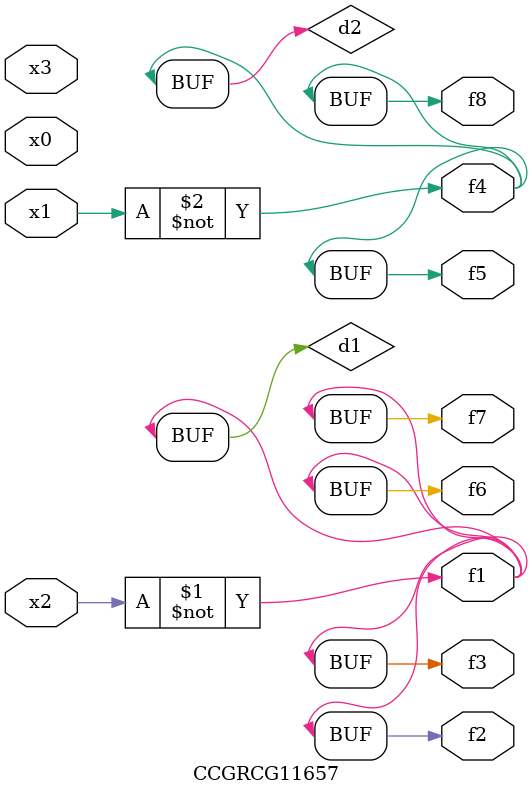
<source format=v>
module CCGRCG11657(
	input x0, x1, x2, x3,
	output f1, f2, f3, f4, f5, f6, f7, f8
);

	wire d1, d2;

	xnor (d1, x2);
	not (d2, x1);
	assign f1 = d1;
	assign f2 = d1;
	assign f3 = d1;
	assign f4 = d2;
	assign f5 = d2;
	assign f6 = d1;
	assign f7 = d1;
	assign f8 = d2;
endmodule

</source>
